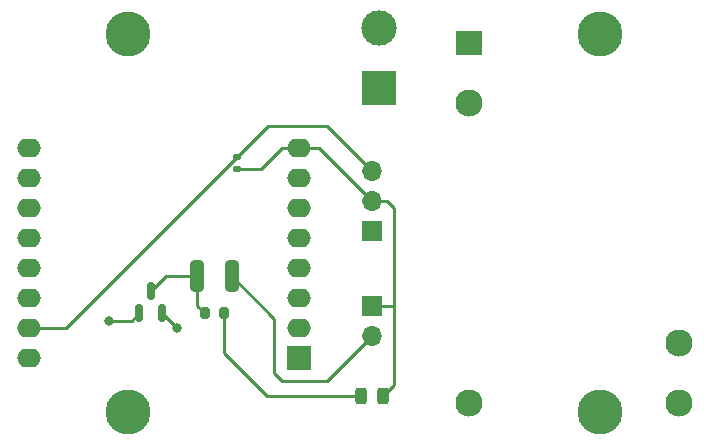
<source format=gbr>
%TF.GenerationSoftware,KiCad,Pcbnew,(7.0.0-0)*%
%TF.CreationDate,2023-07-04T17:21:08+02:00*%
%TF.ProjectId,clim-driver,636c696d-2d64-4726-9976-65722e6b6963,rev?*%
%TF.SameCoordinates,Original*%
%TF.FileFunction,Copper,L1,Top*%
%TF.FilePolarity,Positive*%
%FSLAX46Y46*%
G04 Gerber Fmt 4.6, Leading zero omitted, Abs format (unit mm)*
G04 Created by KiCad (PCBNEW (7.0.0-0)) date 2023-07-04 17:21:08*
%MOMM*%
%LPD*%
G01*
G04 APERTURE LIST*
G04 Aperture macros list*
%AMRoundRect*
0 Rectangle with rounded corners*
0 $1 Rounding radius*
0 $2 $3 $4 $5 $6 $7 $8 $9 X,Y pos of 4 corners*
0 Add a 4 corners polygon primitive as box body*
4,1,4,$2,$3,$4,$5,$6,$7,$8,$9,$2,$3,0*
0 Add four circle primitives for the rounded corners*
1,1,$1+$1,$2,$3*
1,1,$1+$1,$4,$5*
1,1,$1+$1,$6,$7*
1,1,$1+$1,$8,$9*
0 Add four rect primitives between the rounded corners*
20,1,$1+$1,$2,$3,$4,$5,0*
20,1,$1+$1,$4,$5,$6,$7,0*
20,1,$1+$1,$6,$7,$8,$9,0*
20,1,$1+$1,$8,$9,$2,$3,0*%
G04 Aperture macros list end*
%TA.AperFunction,ComponentPad*%
%ADD10C,3.800000*%
%TD*%
%TA.AperFunction,SMDPad,CuDef*%
%ADD11RoundRect,0.200000X-0.200000X-0.275000X0.200000X-0.275000X0.200000X0.275000X-0.200000X0.275000X0*%
%TD*%
%TA.AperFunction,ComponentPad*%
%ADD12R,1.700000X1.700000*%
%TD*%
%TA.AperFunction,ComponentPad*%
%ADD13O,1.700000X1.700000*%
%TD*%
%TA.AperFunction,SMDPad,CuDef*%
%ADD14RoundRect,0.150000X0.150000X-0.587500X0.150000X0.587500X-0.150000X0.587500X-0.150000X-0.587500X0*%
%TD*%
%TA.AperFunction,ComponentPad*%
%ADD15R,3.000000X3.000000*%
%TD*%
%TA.AperFunction,ComponentPad*%
%ADD16C,3.000000*%
%TD*%
%TA.AperFunction,SMDPad,CuDef*%
%ADD17RoundRect,0.243750X-0.243750X-0.456250X0.243750X-0.456250X0.243750X0.456250X-0.243750X0.456250X0*%
%TD*%
%TA.AperFunction,ComponentPad*%
%ADD18R,2.000000X2.000000*%
%TD*%
%TA.AperFunction,ComponentPad*%
%ADD19O,2.000000X1.600000*%
%TD*%
%TA.AperFunction,SMDPad,CuDef*%
%ADD20RoundRect,0.250000X-0.312500X-1.075000X0.312500X-1.075000X0.312500X1.075000X-0.312500X1.075000X0*%
%TD*%
%TA.AperFunction,ComponentPad*%
%ADD21R,2.300000X2.000000*%
%TD*%
%TA.AperFunction,ComponentPad*%
%ADD22C,2.300000*%
%TD*%
%TA.AperFunction,SMDPad,CuDef*%
%ADD23RoundRect,0.135000X0.185000X-0.135000X0.185000X0.135000X-0.185000X0.135000X-0.185000X-0.135000X0*%
%TD*%
%TA.AperFunction,ViaPad*%
%ADD24C,0.800000*%
%TD*%
%TA.AperFunction,Conductor*%
%ADD25C,0.250000*%
%TD*%
G04 APERTURE END LIST*
D10*
%TO.P,REF\u002A\u002A,1*%
%TO.N,N/C*%
X100000000Y-82000000D03*
%TD*%
%TO.P,REF\u002A\u002A,1*%
%TO.N,N/C*%
X100000000Y-50000000D03*
%TD*%
D11*
%TO.P,R2,1*%
%TO.N,Net-(Q1-D)*%
X106490000Y-73660000D03*
%TO.P,R2,2*%
%TO.N,Net-(D1-K)*%
X108140000Y-73660000D03*
%TD*%
D12*
%TO.P,J1,1,Pin_1*%
%TO.N,GND*%
X120649999Y-66674999D03*
D13*
%TO.P,J1,2,Pin_2*%
%TO.N,+3V3*%
X120649999Y-64134999D03*
%TO.P,J1,3,Pin_3*%
%TO.N,Net-(J1-Pin_3)*%
X120649999Y-61594999D03*
%TD*%
D14*
%TO.P,Q1,1,G*%
%TO.N,Net-(Q1-G)*%
X100952500Y-73647500D03*
%TO.P,Q1,2,S*%
%TO.N,GND*%
X102852500Y-73647500D03*
%TO.P,Q1,3,D*%
%TO.N,Net-(Q1-D)*%
X101902500Y-71772500D03*
%TD*%
D10*
%TO.P,REF\u002A\u002A,1*%
%TO.N,N/C*%
X140000000Y-50000000D03*
%TD*%
D15*
%TO.P,J2,1,Pin_1*%
%TO.N,NEUT*%
X121284999Y-54609999D03*
D16*
%TO.P,J2,2,Pin_2*%
%TO.N,LINE*%
X121285000Y-49530000D03*
%TD*%
D17*
%TO.P,D1,1,K*%
%TO.N,Net-(D1-K)*%
X119712500Y-80645000D03*
%TO.P,D1,2,A*%
%TO.N,+3V3*%
X121587500Y-80645000D03*
%TD*%
D18*
%TO.P,U1,1,~{RST}*%
%TO.N,unconnected-(U1-~{RST}-Pad1)*%
X114449999Y-77469999D03*
D19*
%TO.P,U1,2,A0*%
%TO.N,unconnected-(U1-A0-Pad2)*%
X114449999Y-74929999D03*
%TO.P,U1,3,D0*%
%TO.N,unconnected-(U1-D0-Pad3)*%
X114449999Y-72389999D03*
%TO.P,U1,4,SCK/D5*%
%TO.N,unconnected-(U1-SCK{slash}D5-Pad4)*%
X114449999Y-69849999D03*
%TO.P,U1,5,MISO/D6*%
%TO.N,unconnected-(U1-MISO{slash}D6-Pad5)*%
X114449999Y-67309999D03*
%TO.P,U1,6,MOSI/D7*%
%TO.N,unconnected-(U1-MOSI{slash}D7-Pad6)*%
X114449999Y-64769999D03*
%TO.P,U1,7,CS/D8*%
%TO.N,unconnected-(U1-CS{slash}D8-Pad7)*%
X114449999Y-62229999D03*
%TO.P,U1,8,3V3*%
%TO.N,+3V3*%
X114449999Y-59689999D03*
%TO.P,U1,9,5V*%
%TO.N,+5V*%
X91589999Y-59689999D03*
%TO.P,U1,10,GND*%
%TO.N,GND*%
X91589999Y-62229999D03*
%TO.P,U1,11,D4*%
%TO.N,unconnected-(U1-D4-Pad11)*%
X91589999Y-64769999D03*
%TO.P,U1,12,D3*%
%TO.N,unconnected-(U1-D3-Pad12)*%
X91589999Y-67309999D03*
%TO.P,U1,13,SDA/D2*%
%TO.N,unconnected-(U1-SDA{slash}D2-Pad13)*%
X91589999Y-69849999D03*
%TO.P,U1,14,SCL/D1*%
%TO.N,Net-(Q1-G)*%
X91589999Y-72389999D03*
%TO.P,U1,15,RX*%
%TO.N,Net-(J1-Pin_3)*%
X91589999Y-74929999D03*
%TO.P,U1,16,TX*%
%TO.N,unconnected-(U1-TX-Pad16)*%
X91589999Y-77469999D03*
%TD*%
D20*
%TO.P,R3,1*%
%TO.N,Net-(Q1-D)*%
X105852500Y-70485000D03*
%TO.P,R3,2*%
%TO.N,Net-(J3-Pin_2)*%
X108777500Y-70485000D03*
%TD*%
D10*
%TO.P,REF\u002A\u002A,1*%
%TO.N,N/C*%
X140000000Y-82000000D03*
%TD*%
D12*
%TO.P,J3,1,Pin_1*%
%TO.N,+3V3*%
X120649999Y-73024999D03*
D13*
%TO.P,J3,2,Pin_2*%
%TO.N,Net-(J3-Pin_2)*%
X120649999Y-75564999D03*
%TD*%
D21*
%TO.P,PS1,1,AC/L*%
%TO.N,LINE*%
X128904999Y-50799999D03*
D22*
%TO.P,PS1,3,AC/N*%
%TO.N,NEUT*%
X128905000Y-55880000D03*
%TO.P,PS1,5,NC*%
%TO.N,unconnected-(PS1-NC-Pad5)*%
X128905000Y-81280000D03*
%TO.P,PS1,14,-Vo*%
%TO.N,GND*%
X146685000Y-81280000D03*
%TO.P,PS1,16,+Vo*%
%TO.N,+5V*%
X146685000Y-76200000D03*
%TD*%
D23*
%TO.P,R1,1*%
%TO.N,+3V3*%
X109220000Y-61470000D03*
%TO.P,R1,2*%
%TO.N,Net-(J1-Pin_3)*%
X109220000Y-60450000D03*
%TD*%
D24*
%TO.N,GND*%
X104140000Y-74930000D03*
%TO.N,Net-(Q1-G)*%
X98425000Y-74295000D03*
%TD*%
D25*
%TO.N,GND*%
X102857500Y-73647500D02*
X104140000Y-74930000D01*
X102852500Y-73647500D02*
X102857500Y-73647500D01*
%TO.N,+3V3*%
X116205000Y-59690000D02*
X120650000Y-64135000D01*
X109220000Y-61470000D02*
X111250000Y-61470000D01*
X122555000Y-73025000D02*
X122555000Y-79677500D01*
X122555000Y-64770000D02*
X122555000Y-73025000D01*
X120650000Y-73025000D02*
X122555000Y-73025000D01*
X113030000Y-59690000D02*
X114450000Y-59690000D01*
X111250000Y-61470000D02*
X113030000Y-59690000D01*
X120650000Y-64135000D02*
X121920000Y-64135000D01*
X121920000Y-64135000D02*
X122555000Y-64770000D01*
X114450000Y-59690000D02*
X116205000Y-59690000D01*
X122555000Y-79677500D02*
X121587500Y-80645000D01*
%TO.N,Net-(Q1-G)*%
X100305000Y-74295000D02*
X100952500Y-73647500D01*
X98425000Y-74295000D02*
X100305000Y-74295000D01*
%TO.N,Net-(Q1-D)*%
X105852500Y-70485000D02*
X103190000Y-70485000D01*
X103190000Y-70485000D02*
X101902500Y-71772500D01*
X105852500Y-70485000D02*
X105852500Y-73022500D01*
X105852500Y-73022500D02*
X106490000Y-73660000D01*
%TO.N,Net-(J1-Pin_3)*%
X120650000Y-61595000D02*
X116840000Y-57785000D01*
X111885000Y-57785000D02*
X109220000Y-60450000D01*
X109220000Y-60450000D02*
X94740000Y-74930000D01*
X94740000Y-74930000D02*
X91590000Y-74930000D01*
X116840000Y-57785000D02*
X111885000Y-57785000D01*
%TO.N,Net-(D1-K)*%
X119712500Y-80645000D02*
X111760000Y-80645000D01*
X111760000Y-80645000D02*
X108140000Y-77025000D01*
X108140000Y-77025000D02*
X108140000Y-73660000D01*
%TO.N,Net-(J3-Pin_2)*%
X112395000Y-74102500D02*
X108777500Y-70485000D01*
X112395000Y-78740000D02*
X112395000Y-74102500D01*
X116840000Y-79375000D02*
X113030000Y-79375000D01*
X120650000Y-75565000D02*
X116840000Y-79375000D01*
X113030000Y-79375000D02*
X112395000Y-78740000D01*
%TD*%
M02*

</source>
